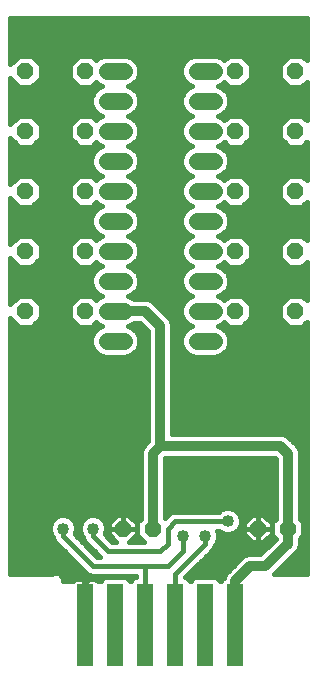
<source format=gbl>
G75*
G70*
%OFA0B0*%
%FSLAX24Y24*%
%IPPOS*%
%LPD*%
%AMOC8*
5,1,8,0,0,1.08239X$1,22.5*
%
%ADD10OC8,0.0560*%
%ADD11C,0.0560*%
%ADD12R,0.0520X0.2756*%
%ADD13C,0.0160*%
%ADD14C,0.0400*%
%ADD15C,0.0240*%
%ADD16C,0.0320*%
D10*
X004431Y004885D03*
X005431Y004885D03*
X008931Y004885D03*
X009931Y004885D03*
X010181Y012135D03*
X010181Y014135D03*
X010181Y016135D03*
X010181Y018135D03*
X010181Y020135D03*
X008181Y020135D03*
X008181Y018135D03*
X008181Y016135D03*
X008181Y014135D03*
X008181Y012135D03*
X003181Y012135D03*
X003181Y014135D03*
X003181Y016135D03*
X003181Y018135D03*
X003181Y020135D03*
X001181Y020135D03*
X001181Y018135D03*
X001181Y016135D03*
X001181Y014135D03*
X001181Y012135D03*
D11*
X003901Y012135D02*
X004461Y012135D01*
X004461Y013135D02*
X003901Y013135D01*
X003901Y014135D02*
X004461Y014135D01*
X004461Y015135D02*
X003901Y015135D01*
X003901Y016135D02*
X004461Y016135D01*
X004461Y017135D02*
X003901Y017135D01*
X003901Y018135D02*
X004461Y018135D01*
X004461Y019135D02*
X003901Y019135D01*
X003901Y020135D02*
X004461Y020135D01*
X006901Y020135D02*
X007461Y020135D01*
X007461Y019135D02*
X006901Y019135D01*
X006901Y018135D02*
X007461Y018135D01*
X007461Y017135D02*
X006901Y017135D01*
X006901Y016135D02*
X007461Y016135D01*
X007461Y015135D02*
X006901Y015135D01*
X006901Y014135D02*
X007461Y014135D01*
X007461Y013135D02*
X006901Y013135D01*
X006901Y012135D02*
X007461Y012135D01*
X007461Y011135D02*
X006901Y011135D01*
X004461Y011135D02*
X003901Y011135D01*
D12*
X004181Y001660D03*
X003181Y001660D03*
X005181Y001660D03*
X006181Y001660D03*
X007181Y001660D03*
X008181Y001660D03*
D13*
X000671Y003375D02*
X000671Y011910D01*
X000966Y011615D01*
X001397Y011615D01*
X001701Y011920D01*
X001701Y012350D01*
X001397Y012655D01*
X000966Y012655D01*
X000671Y012360D01*
X000671Y013910D01*
X000966Y013615D01*
X001397Y013615D01*
X001701Y013920D01*
X001701Y014350D01*
X001397Y014655D01*
X000966Y014655D01*
X000671Y014360D01*
X000671Y015910D01*
X000966Y015615D01*
X001397Y015615D01*
X001701Y015920D01*
X001701Y016350D01*
X001397Y016655D01*
X000966Y016655D01*
X000671Y016360D01*
X000671Y017910D01*
X000966Y017615D01*
X001397Y017615D01*
X001701Y017920D01*
X001701Y018350D01*
X001397Y018655D01*
X000966Y018655D01*
X000671Y018360D01*
X000671Y019910D01*
X000966Y019615D01*
X001397Y019615D01*
X001701Y019920D01*
X001701Y020350D01*
X001397Y020655D01*
X000966Y020655D01*
X000671Y020360D01*
X000671Y021891D01*
X010561Y021891D01*
X010561Y020490D01*
X010397Y020655D01*
X009966Y020655D01*
X009661Y020350D01*
X009661Y019920D01*
X009966Y019615D01*
X010397Y019615D01*
X010561Y019780D01*
X010561Y018490D01*
X010397Y018655D01*
X009966Y018655D01*
X009661Y018350D01*
X009661Y017920D01*
X009966Y017615D01*
X010397Y017615D01*
X010561Y017780D01*
X010561Y016490D01*
X010397Y016655D01*
X009966Y016655D01*
X009661Y016350D01*
X009661Y015920D01*
X009966Y015615D01*
X010397Y015615D01*
X010561Y015780D01*
X010561Y014490D01*
X010397Y014655D01*
X009966Y014655D01*
X009661Y014350D01*
X009661Y013920D01*
X009966Y013615D01*
X010397Y013615D01*
X010561Y013780D01*
X010561Y012490D01*
X010397Y012655D01*
X009966Y012655D01*
X009661Y012350D01*
X009661Y011920D01*
X009966Y011615D01*
X010397Y011615D01*
X010561Y011780D01*
X010561Y003375D01*
X009487Y003375D01*
X010270Y004158D01*
X010331Y004305D01*
X010331Y004465D01*
X010331Y004550D01*
X010451Y004670D01*
X010451Y005100D01*
X010331Y005220D01*
X010331Y007465D01*
X010270Y007612D01*
X010158Y007724D01*
X009908Y007974D01*
X009761Y008035D01*
X009602Y008035D01*
X006081Y008035D01*
X006081Y011555D01*
X006081Y011715D01*
X006020Y011862D01*
X005408Y012474D01*
X005261Y012535D01*
X005102Y012535D01*
X004797Y012535D01*
X004756Y012576D01*
X004613Y012635D01*
X004756Y012694D01*
X004902Y012840D01*
X004981Y013031D01*
X004981Y013238D01*
X004902Y013429D01*
X004756Y013576D01*
X004613Y013635D01*
X004756Y013694D01*
X004902Y013840D01*
X004981Y014031D01*
X004981Y014238D01*
X004902Y014429D01*
X004756Y014576D01*
X004613Y014635D01*
X004756Y014694D01*
X004902Y014840D01*
X004981Y015031D01*
X004981Y015238D01*
X004902Y015429D01*
X004756Y015576D01*
X004613Y015635D01*
X004756Y015694D01*
X004902Y015840D01*
X004981Y016031D01*
X004981Y016238D01*
X004902Y016429D01*
X004756Y016576D01*
X004613Y016635D01*
X004756Y016694D01*
X004902Y016840D01*
X004981Y017031D01*
X004981Y017238D01*
X004902Y017429D01*
X004756Y017576D01*
X004613Y017635D01*
X004756Y017694D01*
X004902Y017840D01*
X004981Y018031D01*
X004981Y018238D01*
X004902Y018429D01*
X004756Y018576D01*
X004613Y018635D01*
X004756Y018694D01*
X004902Y018840D01*
X004981Y019031D01*
X004981Y019238D01*
X004902Y019429D01*
X004756Y019576D01*
X004613Y019635D01*
X004756Y019694D01*
X004902Y019840D01*
X004981Y020031D01*
X004981Y020238D01*
X004902Y020429D01*
X004756Y020576D01*
X004565Y020655D01*
X003798Y020655D01*
X003607Y020576D01*
X003541Y020510D01*
X003397Y020655D01*
X002966Y020655D01*
X002661Y020350D01*
X002661Y019920D01*
X002966Y019615D01*
X003397Y019615D01*
X003541Y019760D01*
X003607Y019694D01*
X003750Y019635D01*
X003607Y019576D01*
X003461Y019429D01*
X003381Y019238D01*
X003381Y019031D01*
X003461Y018840D01*
X003607Y018694D01*
X003750Y018635D01*
X003607Y018576D01*
X003541Y018510D01*
X003397Y018655D01*
X002966Y018655D01*
X002661Y018350D01*
X002661Y017920D01*
X002966Y017615D01*
X003397Y017615D01*
X003541Y017760D01*
X003607Y017694D01*
X003750Y017635D01*
X003607Y017576D01*
X003461Y017429D01*
X003381Y017238D01*
X003381Y017031D01*
X003461Y016840D01*
X003607Y016694D01*
X003750Y016635D01*
X003607Y016576D01*
X003541Y016510D01*
X003397Y016655D01*
X002966Y016655D01*
X002661Y016350D01*
X002661Y015920D01*
X002966Y015615D01*
X003397Y015615D01*
X003541Y015760D01*
X003607Y015694D01*
X003750Y015635D01*
X003607Y015576D01*
X003461Y015429D01*
X003381Y015238D01*
X003381Y015031D01*
X003461Y014840D01*
X003607Y014694D01*
X003750Y014635D01*
X003607Y014576D01*
X003541Y014510D01*
X003397Y014655D01*
X002966Y014655D01*
X002661Y014350D01*
X002661Y013920D01*
X002966Y013615D01*
X003397Y013615D01*
X003541Y013760D01*
X003607Y013694D01*
X003750Y013635D01*
X003607Y013576D01*
X003461Y013429D01*
X003381Y013238D01*
X003381Y013031D01*
X003461Y012840D01*
X003607Y012694D01*
X003750Y012635D01*
X003607Y012576D01*
X003541Y012510D01*
X003397Y012655D01*
X002966Y012655D01*
X002661Y012350D01*
X002661Y011920D01*
X002966Y011615D01*
X003397Y011615D01*
X003541Y011760D01*
X003607Y011694D01*
X003750Y011635D01*
X003607Y011576D01*
X003461Y011429D01*
X003381Y011238D01*
X003381Y011031D01*
X003461Y010840D01*
X003607Y010694D01*
X003798Y010615D01*
X004565Y010615D01*
X004756Y010694D01*
X004902Y010840D01*
X004981Y011031D01*
X004981Y011238D01*
X004902Y011429D01*
X004756Y011576D01*
X004613Y011635D01*
X004756Y011694D01*
X004797Y011735D01*
X005016Y011735D01*
X005281Y011469D01*
X005281Y007801D01*
X005205Y007724D01*
X005092Y007612D01*
X005031Y007465D01*
X005031Y005220D01*
X004911Y005100D01*
X004911Y004670D01*
X005126Y004455D01*
X004652Y004455D01*
X004891Y004694D01*
X004891Y004885D01*
X004891Y005075D01*
X004622Y005345D01*
X004432Y005345D01*
X004432Y004885D01*
X004891Y004885D01*
X004432Y004885D01*
X004432Y004885D01*
X004431Y004885D01*
X004431Y004885D01*
X003971Y004885D01*
X003971Y005075D01*
X004241Y005345D01*
X004431Y005345D01*
X004431Y004885D01*
X003971Y004885D01*
X003971Y004694D01*
X004211Y004455D01*
X004064Y004455D01*
X003827Y004691D01*
X003871Y004797D01*
X003871Y004972D01*
X003804Y005134D01*
X003681Y005258D01*
X003519Y005325D01*
X003344Y005325D01*
X003182Y005258D01*
X003058Y005134D01*
X002991Y004972D01*
X002991Y004797D01*
X003058Y004636D01*
X003111Y004583D01*
X003111Y004571D01*
X003160Y004454D01*
X003250Y004364D01*
X003659Y003955D01*
X003564Y003955D01*
X002827Y004691D01*
X002871Y004797D01*
X002871Y004972D01*
X002804Y005134D01*
X002681Y005258D01*
X002519Y005325D01*
X002344Y005325D01*
X002182Y005258D01*
X002058Y005134D01*
X001991Y004972D01*
X001991Y004797D01*
X002058Y004636D01*
X002111Y004583D01*
X002111Y004571D01*
X002160Y004454D01*
X002250Y004364D01*
X003160Y003454D01*
X003250Y003364D01*
X003368Y003315D01*
X004861Y003315D01*
X004861Y003272D01*
X004786Y003241D01*
X004718Y003173D01*
X004702Y003135D01*
X004661Y003135D01*
X004645Y003173D01*
X004577Y003241D01*
X004489Y003277D01*
X003874Y003277D01*
X003786Y003241D01*
X003718Y003173D01*
X003702Y003135D01*
X003598Y003135D01*
X003516Y003217D01*
X003231Y003217D01*
X003231Y003135D01*
X003131Y003135D01*
X003131Y003217D01*
X002847Y003217D01*
X002764Y003135D01*
X002446Y003135D01*
X002446Y003188D01*
X002406Y003285D01*
X002331Y003360D01*
X002234Y003400D01*
X002129Y003400D01*
X002068Y003375D01*
X000671Y003375D01*
X000671Y003489D02*
X003125Y003489D01*
X002966Y003647D02*
X000671Y003647D01*
X000671Y003806D02*
X002808Y003806D01*
X002649Y003964D02*
X000671Y003964D01*
X000671Y004123D02*
X002491Y004123D01*
X002332Y004281D02*
X000671Y004281D01*
X000671Y004440D02*
X002174Y004440D01*
X002096Y004599D02*
X000671Y004599D01*
X000671Y004757D02*
X002008Y004757D01*
X001991Y004916D02*
X000671Y004916D01*
X000671Y005074D02*
X002034Y005074D01*
X002157Y005233D02*
X000671Y005233D01*
X000671Y005391D02*
X005031Y005391D01*
X005031Y005233D02*
X004734Y005233D01*
X004891Y005074D02*
X004911Y005074D01*
X004911Y004916D02*
X004891Y004916D01*
X004891Y004757D02*
X004911Y004757D01*
X004982Y004599D02*
X004795Y004599D01*
X004432Y004916D02*
X004431Y004916D01*
X004431Y005074D02*
X004432Y005074D01*
X004431Y005233D02*
X004432Y005233D01*
X004129Y005233D02*
X003706Y005233D01*
X003829Y005074D02*
X003971Y005074D01*
X003971Y004916D02*
X003871Y004916D01*
X003855Y004757D02*
X003971Y004757D01*
X003920Y004599D02*
X004067Y004599D01*
X003931Y004135D02*
X005681Y004135D01*
X005931Y004385D01*
X005931Y004885D01*
X006181Y005135D01*
X007931Y005135D01*
X007783Y005550D02*
X005831Y005550D01*
X005831Y005708D02*
X009531Y005708D01*
X009531Y005550D02*
X008080Y005550D01*
X008019Y005575D02*
X007844Y005575D01*
X007682Y005508D01*
X007629Y005455D01*
X006118Y005455D01*
X006000Y005406D01*
X005910Y005316D01*
X005831Y005237D01*
X005831Y007219D01*
X005847Y007235D01*
X009516Y007235D01*
X009531Y007219D01*
X009531Y005220D01*
X009411Y005100D01*
X009411Y004670D01*
X009531Y004550D01*
X009016Y004035D01*
X008602Y004035D01*
X008455Y003974D01*
X008342Y003862D01*
X007842Y003362D01*
X007794Y003244D01*
X007786Y003241D01*
X007718Y003173D01*
X007702Y003135D01*
X007661Y003135D01*
X007645Y003173D01*
X007577Y003241D01*
X007489Y003277D01*
X006874Y003277D01*
X006786Y003241D01*
X006718Y003173D01*
X006702Y003135D01*
X006661Y003135D01*
X006645Y003173D01*
X006577Y003241D01*
X006515Y003266D01*
X007363Y004114D01*
X007453Y004204D01*
X007501Y004321D01*
X007501Y004333D01*
X007554Y004386D01*
X007621Y004547D01*
X007621Y004722D01*
X007583Y004815D01*
X007629Y004815D01*
X007682Y004762D01*
X007844Y004695D01*
X008019Y004695D01*
X008181Y004762D01*
X008304Y004886D01*
X008371Y005047D01*
X008371Y005222D01*
X008304Y005384D01*
X008181Y005508D01*
X008019Y005575D01*
X008297Y005391D02*
X009531Y005391D01*
X009531Y005233D02*
X009234Y005233D01*
X009122Y005345D02*
X008932Y005345D01*
X008932Y004885D01*
X009391Y004885D01*
X009391Y005075D01*
X009122Y005345D01*
X008931Y005345D02*
X008931Y004885D01*
X008931Y004885D01*
X008471Y004885D01*
X008471Y005075D01*
X008741Y005345D01*
X008931Y005345D01*
X008931Y005233D02*
X008932Y005233D01*
X008931Y005074D02*
X008932Y005074D01*
X008931Y004916D02*
X008932Y004916D01*
X008932Y004885D02*
X008931Y004885D01*
X008471Y004885D01*
X008471Y004694D01*
X008741Y004425D01*
X008931Y004425D01*
X008931Y004885D01*
X008932Y004885D01*
X008932Y004885D01*
X009391Y004885D01*
X009391Y004694D01*
X009122Y004425D01*
X008932Y004425D01*
X008932Y004885D01*
X008931Y004757D02*
X008932Y004757D01*
X008931Y004599D02*
X008932Y004599D01*
X008931Y004440D02*
X008932Y004440D01*
X008726Y004440D02*
X007577Y004440D01*
X007621Y004599D02*
X008567Y004599D01*
X008471Y004757D02*
X008169Y004757D01*
X008317Y004916D02*
X008471Y004916D01*
X008471Y005074D02*
X008371Y005074D01*
X008367Y005233D02*
X008629Y005233D01*
X009137Y004440D02*
X009421Y004440D01*
X009482Y004599D02*
X009296Y004599D01*
X009391Y004757D02*
X009411Y004757D01*
X009411Y004916D02*
X009391Y004916D01*
X009391Y005074D02*
X009411Y005074D01*
X009262Y004281D02*
X007485Y004281D01*
X007372Y004123D02*
X009104Y004123D01*
X009601Y003489D02*
X010561Y003489D01*
X010561Y003647D02*
X009759Y003647D01*
X009918Y003806D02*
X010561Y003806D01*
X010561Y003964D02*
X010076Y003964D01*
X010235Y004123D02*
X010561Y004123D01*
X010561Y004281D02*
X010321Y004281D01*
X010331Y004440D02*
X010561Y004440D01*
X010561Y004599D02*
X010380Y004599D01*
X010451Y004757D02*
X010561Y004757D01*
X010561Y004916D02*
X010451Y004916D01*
X010451Y005074D02*
X010561Y005074D01*
X010561Y005233D02*
X010331Y005233D01*
X010331Y005391D02*
X010561Y005391D01*
X010561Y005550D02*
X010331Y005550D01*
X010331Y005708D02*
X010561Y005708D01*
X010561Y005867D02*
X010331Y005867D01*
X010331Y006025D02*
X010561Y006025D01*
X010561Y006184D02*
X010331Y006184D01*
X010331Y006343D02*
X010561Y006343D01*
X010561Y006501D02*
X010331Y006501D01*
X010331Y006660D02*
X010561Y006660D01*
X010561Y006818D02*
X010331Y006818D01*
X010331Y006977D02*
X010561Y006977D01*
X010561Y007135D02*
X010331Y007135D01*
X010331Y007294D02*
X010561Y007294D01*
X010561Y007452D02*
X010331Y007452D01*
X010271Y007611D02*
X010561Y007611D01*
X010561Y007769D02*
X010113Y007769D01*
X009954Y007928D02*
X010561Y007928D01*
X010561Y008086D02*
X006081Y008086D01*
X006081Y008245D02*
X010561Y008245D01*
X010561Y008404D02*
X006081Y008404D01*
X006081Y008562D02*
X010561Y008562D01*
X010561Y008721D02*
X006081Y008721D01*
X006081Y008879D02*
X010561Y008879D01*
X010561Y009038D02*
X006081Y009038D01*
X006081Y009196D02*
X010561Y009196D01*
X010561Y009355D02*
X006081Y009355D01*
X006081Y009513D02*
X010561Y009513D01*
X010561Y009672D02*
X006081Y009672D01*
X006081Y009830D02*
X010561Y009830D01*
X010561Y009989D02*
X006081Y009989D01*
X006081Y010148D02*
X010561Y010148D01*
X010561Y010306D02*
X006081Y010306D01*
X006081Y010465D02*
X010561Y010465D01*
X010561Y010623D02*
X007585Y010623D01*
X007565Y010615D02*
X007756Y010694D01*
X007902Y010840D01*
X007981Y011031D01*
X007981Y011238D01*
X007902Y011429D01*
X007756Y011576D01*
X007613Y011635D01*
X007756Y011694D01*
X007821Y011760D01*
X007966Y011615D01*
X008397Y011615D01*
X008701Y011920D01*
X008701Y012350D01*
X008397Y012655D01*
X007966Y012655D01*
X007821Y012510D01*
X007756Y012576D01*
X007613Y012635D01*
X007756Y012694D01*
X007902Y012840D01*
X007981Y013031D01*
X007981Y013238D01*
X007902Y013429D01*
X007756Y013576D01*
X007613Y013635D01*
X007756Y013694D01*
X007821Y013760D01*
X007966Y013615D01*
X008397Y013615D01*
X008701Y013920D01*
X008701Y014350D01*
X008397Y014655D01*
X007966Y014655D01*
X007821Y014510D01*
X007756Y014576D01*
X007613Y014635D01*
X007756Y014694D01*
X007902Y014840D01*
X007981Y015031D01*
X007981Y015238D01*
X007902Y015429D01*
X007756Y015576D01*
X007613Y015635D01*
X007756Y015694D01*
X007821Y015760D01*
X007966Y015615D01*
X008397Y015615D01*
X008701Y015920D01*
X008701Y016350D01*
X008397Y016655D01*
X007966Y016655D01*
X007821Y016510D01*
X007756Y016576D01*
X007613Y016635D01*
X007756Y016694D01*
X007902Y016840D01*
X007981Y017031D01*
X007981Y017238D01*
X007902Y017429D01*
X007756Y017576D01*
X007613Y017635D01*
X007756Y017694D01*
X007821Y017760D01*
X007966Y017615D01*
X008397Y017615D01*
X008701Y017920D01*
X008701Y018350D01*
X008397Y018655D01*
X007966Y018655D01*
X007821Y018510D01*
X007756Y018576D01*
X007613Y018635D01*
X007756Y018694D01*
X007902Y018840D01*
X007981Y019031D01*
X007981Y019238D01*
X007902Y019429D01*
X007756Y019576D01*
X007613Y019635D01*
X007756Y019694D01*
X007821Y019760D01*
X007966Y019615D01*
X008397Y019615D01*
X008701Y019920D01*
X008701Y020350D01*
X008397Y020655D01*
X007966Y020655D01*
X007821Y020510D01*
X007756Y020576D01*
X007565Y020655D01*
X006798Y020655D01*
X006607Y020576D01*
X006461Y020429D01*
X006381Y020238D01*
X006381Y020031D01*
X006461Y019840D01*
X006607Y019694D01*
X006750Y019635D01*
X006607Y019576D01*
X006461Y019429D01*
X006381Y019238D01*
X006381Y019031D01*
X006461Y018840D01*
X006607Y018694D01*
X006750Y018635D01*
X006607Y018576D01*
X006461Y018429D01*
X006381Y018238D01*
X006381Y018031D01*
X006461Y017840D01*
X006607Y017694D01*
X006750Y017635D01*
X006607Y017576D01*
X006461Y017429D01*
X006381Y017238D01*
X006381Y017031D01*
X006461Y016840D01*
X006607Y016694D01*
X006750Y016635D01*
X006607Y016576D01*
X006461Y016429D01*
X006381Y016238D01*
X006381Y016031D01*
X006461Y015840D01*
X006607Y015694D01*
X006750Y015635D01*
X006607Y015576D01*
X006461Y015429D01*
X006381Y015238D01*
X006381Y015031D01*
X006461Y014840D01*
X006607Y014694D01*
X006750Y014635D01*
X006607Y014576D01*
X006461Y014429D01*
X006381Y014238D01*
X006381Y014031D01*
X006461Y013840D01*
X006607Y013694D01*
X006750Y013635D01*
X006607Y013576D01*
X006461Y013429D01*
X006381Y013238D01*
X006381Y013031D01*
X006461Y012840D01*
X006607Y012694D01*
X006750Y012635D01*
X006607Y012576D01*
X006461Y012429D01*
X006381Y012238D01*
X006381Y012031D01*
X006461Y011840D01*
X006607Y011694D01*
X006750Y011635D01*
X006607Y011576D01*
X006461Y011429D01*
X006381Y011238D01*
X006381Y011031D01*
X006461Y010840D01*
X006607Y010694D01*
X006798Y010615D01*
X007565Y010615D01*
X007844Y010782D02*
X010561Y010782D01*
X010561Y010940D02*
X007944Y010940D01*
X007981Y011099D02*
X010561Y011099D01*
X010561Y011257D02*
X007974Y011257D01*
X007908Y011416D02*
X010561Y011416D01*
X010561Y011574D02*
X007757Y011574D01*
X007795Y011733D02*
X007848Y011733D01*
X007837Y012526D02*
X007806Y012526D01*
X007732Y012684D02*
X010561Y012684D01*
X010561Y012526D02*
X010526Y012526D01*
X010561Y012843D02*
X007903Y012843D01*
X007969Y013001D02*
X010561Y013001D01*
X010561Y013160D02*
X007981Y013160D01*
X007948Y013318D02*
X010561Y013318D01*
X010561Y013477D02*
X007855Y013477D01*
X007945Y013636D02*
X007614Y013636D01*
X007729Y014587D02*
X007898Y014587D01*
X007807Y014745D02*
X010561Y014745D01*
X010561Y014587D02*
X010465Y014587D01*
X010561Y014904D02*
X007928Y014904D01*
X007981Y015062D02*
X010561Y015062D01*
X010561Y015221D02*
X007981Y015221D01*
X007923Y015379D02*
X010561Y015379D01*
X010561Y015538D02*
X007794Y015538D01*
X007758Y015697D02*
X007884Y015697D01*
X007959Y016648D02*
X007644Y016648D01*
X007868Y016806D02*
X010561Y016806D01*
X010561Y016648D02*
X010404Y016648D01*
X010561Y016965D02*
X007954Y016965D01*
X007981Y017123D02*
X010561Y017123D01*
X010561Y017282D02*
X007963Y017282D01*
X007891Y017441D02*
X010561Y017441D01*
X010561Y017599D02*
X007700Y017599D01*
X007819Y017758D02*
X007823Y017758D01*
X007861Y018550D02*
X007781Y018550D01*
X007771Y018709D02*
X010561Y018709D01*
X010561Y018867D02*
X007913Y018867D01*
X007979Y019026D02*
X010561Y019026D01*
X010561Y019185D02*
X007981Y019185D01*
X007938Y019343D02*
X010561Y019343D01*
X010561Y019502D02*
X007830Y019502D01*
X007921Y019660D02*
X007674Y019660D01*
X007670Y020611D02*
X007923Y020611D01*
X008440Y020611D02*
X009923Y020611D01*
X009764Y020453D02*
X008599Y020453D01*
X008701Y020294D02*
X009661Y020294D01*
X009661Y020136D02*
X008701Y020136D01*
X008701Y019977D02*
X009661Y019977D01*
X009762Y019819D02*
X008601Y019819D01*
X008442Y019660D02*
X009921Y019660D01*
X010442Y019660D02*
X010561Y019660D01*
X010561Y020611D02*
X010440Y020611D01*
X010561Y020770D02*
X000671Y020770D01*
X000671Y020929D02*
X010561Y020929D01*
X010561Y021087D02*
X000671Y021087D01*
X000671Y021246D02*
X010561Y021246D01*
X010561Y021404D02*
X000671Y021404D01*
X000671Y021563D02*
X010561Y021563D01*
X010561Y021721D02*
X000671Y021721D01*
X000671Y021880D02*
X010561Y021880D01*
X010501Y018550D02*
X010561Y018550D01*
X010539Y017758D02*
X010561Y017758D01*
X009959Y016648D02*
X008404Y016648D01*
X008562Y016489D02*
X009800Y016489D01*
X009661Y016331D02*
X008701Y016331D01*
X008701Y016172D02*
X009661Y016172D01*
X009661Y016014D02*
X008701Y016014D01*
X008637Y015855D02*
X009726Y015855D01*
X009884Y015697D02*
X008478Y015697D01*
X008465Y014587D02*
X009898Y014587D01*
X009739Y014428D02*
X008623Y014428D01*
X008701Y014270D02*
X009661Y014270D01*
X009661Y014111D02*
X008701Y014111D01*
X008701Y013953D02*
X009661Y013953D01*
X009787Y013794D02*
X008576Y013794D01*
X008417Y013636D02*
X009945Y013636D01*
X010417Y013636D02*
X010561Y013636D01*
X009837Y012526D02*
X008526Y012526D01*
X008685Y012367D02*
X009678Y012367D01*
X009661Y012209D02*
X008701Y012209D01*
X008701Y012050D02*
X009661Y012050D01*
X009689Y011892D02*
X008673Y011892D01*
X008515Y011733D02*
X009848Y011733D01*
X010515Y011733D02*
X010561Y011733D01*
X010478Y015697D02*
X010561Y015697D01*
X009823Y017758D02*
X008539Y017758D01*
X008698Y017916D02*
X009665Y017916D01*
X009661Y018075D02*
X008701Y018075D01*
X008701Y018233D02*
X009661Y018233D01*
X009703Y018392D02*
X008660Y018392D01*
X008501Y018550D02*
X009861Y018550D01*
X006663Y017599D02*
X004700Y017599D01*
X004819Y017758D02*
X006543Y017758D01*
X006472Y017441D02*
X004891Y017441D01*
X004963Y017282D02*
X006400Y017282D01*
X006381Y017123D02*
X004981Y017123D01*
X004954Y016965D02*
X006409Y016965D01*
X006495Y016806D02*
X004868Y016806D01*
X004644Y016648D02*
X006719Y016648D01*
X006520Y016489D02*
X004842Y016489D01*
X004943Y016331D02*
X006420Y016331D01*
X006381Y016172D02*
X004981Y016172D01*
X004974Y016014D02*
X006389Y016014D01*
X006454Y015855D02*
X004908Y015855D01*
X004758Y015697D02*
X006604Y015697D01*
X006569Y015538D02*
X004794Y015538D01*
X004923Y015379D02*
X006440Y015379D01*
X006381Y015221D02*
X004981Y015221D01*
X004981Y015062D02*
X006381Y015062D01*
X006434Y014904D02*
X004928Y014904D01*
X004807Y014745D02*
X006556Y014745D01*
X006634Y014587D02*
X004729Y014587D01*
X004903Y014428D02*
X006460Y014428D01*
X006394Y014270D02*
X004968Y014270D01*
X004981Y014111D02*
X006381Y014111D01*
X006414Y013953D02*
X004949Y013953D01*
X004856Y013794D02*
X006507Y013794D01*
X006508Y013477D02*
X004855Y013477D01*
X004948Y013318D02*
X006415Y013318D01*
X006381Y013160D02*
X004981Y013160D01*
X004969Y013001D02*
X006394Y013001D01*
X006460Y012843D02*
X004903Y012843D01*
X004732Y012684D02*
X006631Y012684D01*
X006557Y012526D02*
X005283Y012526D01*
X005515Y012367D02*
X006435Y012367D01*
X006381Y012209D02*
X005673Y012209D01*
X005832Y012050D02*
X006381Y012050D01*
X006439Y011892D02*
X005990Y011892D01*
X006074Y011733D02*
X006568Y011733D01*
X006606Y011574D02*
X006081Y011574D01*
X006081Y011416D02*
X006455Y011416D01*
X006389Y011257D02*
X006081Y011257D01*
X006081Y011099D02*
X006381Y011099D01*
X006419Y010940D02*
X006081Y010940D01*
X006081Y010782D02*
X006519Y010782D01*
X006778Y010623D02*
X006081Y010623D01*
X005281Y010623D02*
X004585Y010623D01*
X004844Y010782D02*
X005281Y010782D01*
X005281Y010940D02*
X004944Y010940D01*
X004981Y011099D02*
X005281Y011099D01*
X005281Y011257D02*
X004974Y011257D01*
X004908Y011416D02*
X005281Y011416D01*
X005176Y011574D02*
X004757Y011574D01*
X004795Y011733D02*
X005018Y011733D01*
X005281Y010465D02*
X000671Y010465D01*
X000671Y010623D02*
X003778Y010623D01*
X003519Y010782D02*
X000671Y010782D01*
X000671Y010940D02*
X003419Y010940D01*
X003381Y011099D02*
X000671Y011099D01*
X000671Y011257D02*
X003389Y011257D01*
X003455Y011416D02*
X000671Y011416D01*
X000671Y011574D02*
X003606Y011574D01*
X003568Y011733D02*
X003515Y011733D01*
X003526Y012526D02*
X003557Y012526D01*
X003631Y012684D02*
X000671Y012684D01*
X000671Y012526D02*
X000837Y012526D01*
X000678Y012367D02*
X000671Y012367D01*
X000671Y011892D02*
X000689Y011892D01*
X000671Y011733D02*
X000848Y011733D01*
X000671Y012843D02*
X003460Y012843D01*
X003394Y013001D02*
X000671Y013001D01*
X000671Y013160D02*
X003381Y013160D01*
X003415Y013318D02*
X000671Y013318D01*
X000671Y013477D02*
X003508Y013477D01*
X003417Y013636D02*
X003748Y013636D01*
X003633Y014587D02*
X003465Y014587D01*
X003556Y014745D02*
X000671Y014745D01*
X000671Y014587D02*
X000898Y014587D01*
X000739Y014428D02*
X000671Y014428D01*
X000671Y014904D02*
X003434Y014904D01*
X003381Y015062D02*
X000671Y015062D01*
X000671Y015221D02*
X003381Y015221D01*
X003440Y015379D02*
X000671Y015379D01*
X000671Y015538D02*
X003569Y015538D01*
X003604Y015697D02*
X003478Y015697D01*
X003404Y016648D02*
X003719Y016648D01*
X003495Y016806D02*
X000671Y016806D01*
X000671Y016648D02*
X000959Y016648D01*
X000800Y016489D02*
X000671Y016489D01*
X000671Y016965D02*
X003409Y016965D01*
X003381Y017123D02*
X000671Y017123D01*
X000671Y017282D02*
X003400Y017282D01*
X003472Y017441D02*
X000671Y017441D01*
X000671Y017599D02*
X003663Y017599D01*
X003543Y017758D02*
X003539Y017758D01*
X003501Y018550D02*
X003581Y018550D01*
X003592Y018709D02*
X000671Y018709D01*
X000671Y018867D02*
X003449Y018867D01*
X003384Y019026D02*
X000671Y019026D01*
X000671Y019185D02*
X003381Y019185D01*
X003425Y019343D02*
X000671Y019343D01*
X000671Y019502D02*
X003533Y019502D01*
X003442Y019660D02*
X003689Y019660D01*
X003693Y020611D02*
X003440Y020611D01*
X002923Y020611D02*
X001440Y020611D01*
X001599Y020453D02*
X002764Y020453D01*
X002661Y020294D02*
X001701Y020294D01*
X001701Y020136D02*
X002661Y020136D01*
X002661Y019977D02*
X001701Y019977D01*
X001601Y019819D02*
X002762Y019819D01*
X002921Y019660D02*
X001442Y019660D01*
X000921Y019660D02*
X000671Y019660D01*
X000671Y019819D02*
X000762Y019819D01*
X000764Y020453D02*
X000671Y020453D01*
X000671Y020611D02*
X000923Y020611D01*
X000861Y018550D02*
X000671Y018550D01*
X000671Y018392D02*
X000703Y018392D01*
X000671Y017758D02*
X000823Y017758D01*
X001404Y016648D02*
X002959Y016648D01*
X002800Y016489D02*
X001562Y016489D01*
X001701Y016331D02*
X002661Y016331D01*
X002661Y016172D02*
X001701Y016172D01*
X001701Y016014D02*
X002661Y016014D01*
X002726Y015855D02*
X001637Y015855D01*
X001478Y015697D02*
X002884Y015697D01*
X002898Y014587D02*
X001465Y014587D01*
X001623Y014428D02*
X002739Y014428D01*
X002661Y014270D02*
X001701Y014270D01*
X001701Y014111D02*
X002661Y014111D01*
X002661Y013953D02*
X001701Y013953D01*
X001576Y013794D02*
X002787Y013794D01*
X002945Y013636D02*
X001417Y013636D01*
X000945Y013636D02*
X000671Y013636D01*
X000671Y013794D02*
X000787Y013794D01*
X001526Y012526D02*
X002837Y012526D01*
X002678Y012367D02*
X001685Y012367D01*
X001701Y012209D02*
X002661Y012209D01*
X002661Y012050D02*
X001701Y012050D01*
X001673Y011892D02*
X002689Y011892D01*
X002848Y011733D02*
X001515Y011733D01*
X000671Y010306D02*
X005281Y010306D01*
X005281Y010148D02*
X000671Y010148D01*
X000671Y009989D02*
X005281Y009989D01*
X005281Y009830D02*
X000671Y009830D01*
X000671Y009672D02*
X005281Y009672D01*
X005281Y009513D02*
X000671Y009513D01*
X000671Y009355D02*
X005281Y009355D01*
X005281Y009196D02*
X000671Y009196D01*
X000671Y009038D02*
X005281Y009038D01*
X005281Y008879D02*
X000671Y008879D01*
X000671Y008721D02*
X005281Y008721D01*
X005281Y008562D02*
X000671Y008562D01*
X000671Y008404D02*
X005281Y008404D01*
X005281Y008245D02*
X000671Y008245D01*
X000671Y008086D02*
X005281Y008086D01*
X005281Y007928D02*
X000671Y007928D01*
X000671Y007769D02*
X005250Y007769D01*
X005092Y007611D02*
X000671Y007611D01*
X000671Y007452D02*
X005031Y007452D01*
X005031Y007294D02*
X000671Y007294D01*
X000671Y007135D02*
X005031Y007135D01*
X005031Y006977D02*
X000671Y006977D01*
X000671Y006818D02*
X005031Y006818D01*
X005031Y006660D02*
X000671Y006660D01*
X000671Y006501D02*
X005031Y006501D01*
X005031Y006343D02*
X000671Y006343D01*
X000671Y006184D02*
X005031Y006184D01*
X005031Y006025D02*
X000671Y006025D01*
X000671Y005867D02*
X005031Y005867D01*
X005031Y005708D02*
X000671Y005708D01*
X000671Y005550D02*
X005031Y005550D01*
X005831Y005391D02*
X005985Y005391D01*
X005831Y005867D02*
X009531Y005867D01*
X009531Y006025D02*
X005831Y006025D01*
X005831Y006184D02*
X009531Y006184D01*
X009531Y006343D02*
X005831Y006343D01*
X005831Y006501D02*
X009531Y006501D01*
X009531Y006660D02*
X005831Y006660D01*
X005831Y006818D02*
X009531Y006818D01*
X009531Y006977D02*
X005831Y006977D01*
X005831Y007135D02*
X009531Y007135D01*
X008445Y003964D02*
X007213Y003964D01*
X007055Y003806D02*
X008287Y003806D01*
X008128Y003647D02*
X006896Y003647D01*
X006738Y003489D02*
X007970Y003489D01*
X007829Y003330D02*
X006579Y003330D01*
X006645Y003172D02*
X006717Y003172D01*
X005931Y003635D02*
X006431Y004135D01*
X006431Y004635D01*
X005931Y003635D02*
X005181Y003635D01*
X003431Y003635D01*
X002431Y004635D01*
X002431Y004885D01*
X002706Y005233D02*
X003157Y005233D01*
X003034Y005074D02*
X002829Y005074D01*
X002871Y004916D02*
X002991Y004916D01*
X003008Y004757D02*
X002855Y004757D01*
X002920Y004599D02*
X003096Y004599D01*
X003079Y004440D02*
X003174Y004440D01*
X003237Y004281D02*
X003332Y004281D01*
X003396Y004123D02*
X003491Y004123D01*
X003555Y003964D02*
X003649Y003964D01*
X003931Y004135D02*
X003431Y004635D01*
X003431Y004885D01*
X003331Y003330D02*
X002361Y003330D01*
X002446Y003172D02*
X002801Y003172D01*
X003131Y003172D02*
X003231Y003172D01*
X003562Y003172D02*
X003717Y003172D01*
X004645Y003172D02*
X004717Y003172D01*
X005181Y003635D02*
X005181Y001660D01*
X006181Y001660D02*
X006181Y003385D01*
X007181Y004385D01*
X007181Y004635D01*
X007607Y004757D02*
X007694Y004757D01*
X007645Y003172D02*
X007717Y003172D01*
X006748Y013636D02*
X004614Y013636D01*
X002823Y017758D02*
X001539Y017758D01*
X001698Y017916D02*
X002665Y017916D01*
X002661Y018075D02*
X001701Y018075D01*
X001701Y018233D02*
X002661Y018233D01*
X002703Y018392D02*
X001660Y018392D01*
X001501Y018550D02*
X002861Y018550D01*
X004674Y019660D02*
X006689Y019660D01*
X006533Y019502D02*
X004830Y019502D01*
X004938Y019343D02*
X006425Y019343D01*
X006381Y019185D02*
X004981Y019185D01*
X004979Y019026D02*
X006384Y019026D01*
X006449Y018867D02*
X004913Y018867D01*
X004771Y018709D02*
X006592Y018709D01*
X006581Y018550D02*
X004781Y018550D01*
X004918Y018392D02*
X006445Y018392D01*
X006381Y018233D02*
X004981Y018233D01*
X004981Y018075D02*
X006381Y018075D01*
X006429Y017916D02*
X004934Y017916D01*
X004881Y019819D02*
X006482Y019819D01*
X006404Y019977D02*
X004959Y019977D01*
X004981Y020136D02*
X006381Y020136D01*
X006405Y020294D02*
X004958Y020294D01*
X004879Y020453D02*
X006484Y020453D01*
X006693Y020611D02*
X004670Y020611D01*
X000884Y015697D02*
X000671Y015697D01*
X000671Y015855D02*
X000726Y015855D01*
D14*
X001431Y007385D03*
X002431Y004885D03*
X003431Y004885D03*
X004681Y007385D03*
X006431Y004635D03*
X007181Y004635D03*
X007931Y005135D03*
X008181Y006885D03*
X007181Y006885D03*
D15*
X003181Y003135D02*
X003181Y001660D01*
X003181Y003135D02*
X002681Y003635D01*
D16*
X005431Y004885D02*
X005431Y007385D01*
X005681Y007635D01*
X005681Y011635D01*
X005181Y012135D01*
X004181Y012135D01*
X005681Y007635D02*
X009681Y007635D01*
X009931Y007385D01*
X009931Y004885D01*
X009931Y004385D01*
X009181Y003635D01*
X008681Y003635D01*
X008181Y003135D01*
X008181Y001660D01*
M02*

</source>
